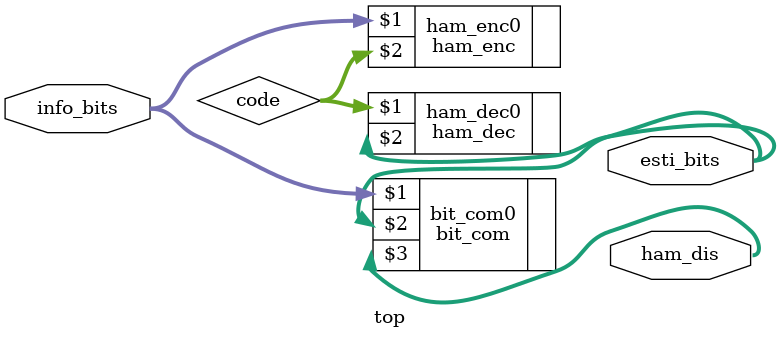
<source format=v>
`timescale 1ns/100ps
module top(info_bits, esti_bits, ham_dis);
input [11:0]info_bits;
output [11:0]esti_bits;
output [3:0]ham_dis;
wire [16:0]code;

ham_enc ham_enc0(info_bits, code);
ham_dec ham_dec0(code, esti_bits);
bit_com bit_com0(info_bits, esti_bits, ham_dis);

endmodule

</source>
